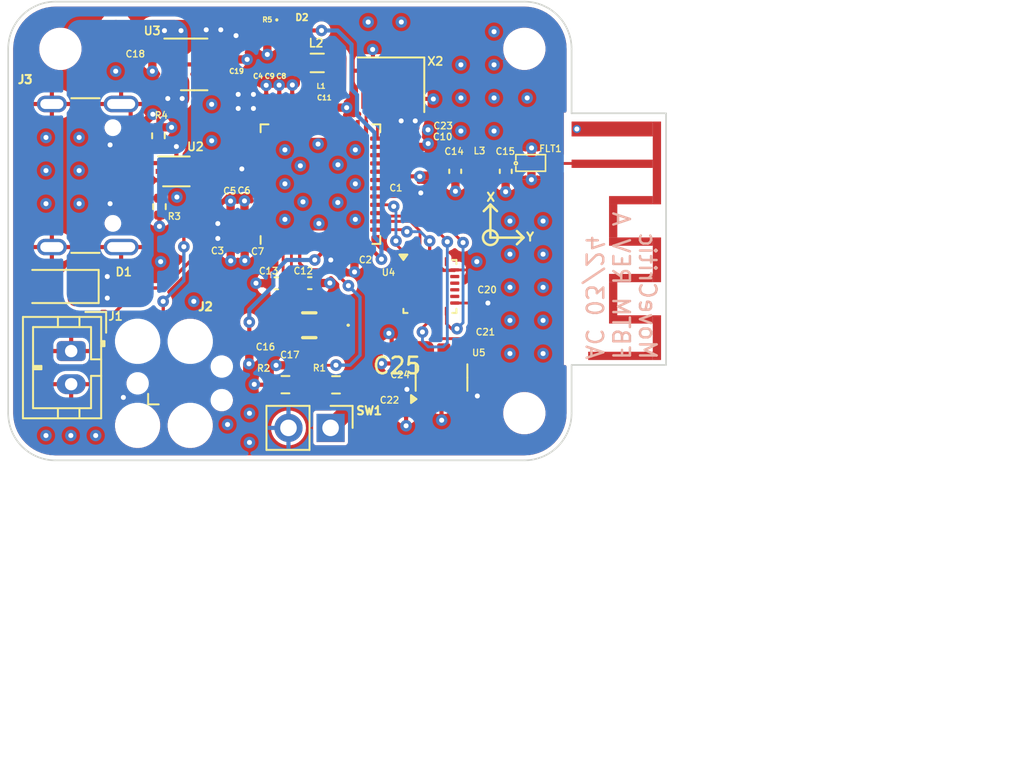
<source format=kicad_pcb>
(kicad_pcb (version 20240108) (generator "pcbnew") (generator_version "8.0")
  (layers (0 "F.Cu" signal) (1 "In1.Cu" power) (2 "In2.Cu" power) (31 "B.Cu" signal) (34 "B.Paste" user) (35 "F.Paste" user) (36 "B.SilkS" user "B.Silkscreen") (37 "F.SilkS" user "F.Silkscreen") (38 "B.Mask" user) (39 "F.Mask" user) (44 "Edge.Cuts" user))
  (net 0 "")
  (net 1 "NRST")
  (net 2 "/SMPSFB")
  (net 3 "/LSE_OUT")
  (net 4 "/LSE_IN")
  (net 5 "RF1")
  (net 6 "+5V")
  (net 7 "Net-(U4-REGOUT)")
  (net 8 "Net-(J3-CC1)")
  (net 9 "Net-(J3-D+-PadA6)")
  (net 10 "Net-(J3-D--PadA7)")
  (net 12 "Net-(J3-CC2)")
  (net 14 "/SMPSLX")
  (net 15 "/SMPSLXL")
  (net 16 "/BOOT_0")
  (net 17 "+3.3V")
  (net 19 "+1.8V")
  (net 20 "IMU_INT")
  (net 24 "SPI1_MISO")
  (net 25 "SPI1_SCK")
  (net 27 "/HSE_OUT")
  (net 28 "/HSE_IN")
  (net 34 "USB_D-")
  (net 35 "USB_D+")
  (net 39 "GND")
  (net 40 "Net-(R1-Pad1)")
  (net 41 "SPI1_MOSI")
  (net 42 "SPI1_CS")
  (net 46 "Net-(D2-K)")
  (net 49 "/RF_ANT")
  (net 50 "Net-(FLT1-IN)")
  (net 51 "/SWDIO")
  (net 52 "/SWCLK")
  (net 53 "/SWO")
  (net 56 "/VIN")
  (net 57 "Net-(D2-A)")
  (footprint "Capacitor_SMD:C_0201_0603Metric" (layer "F.Cu") (at 148.625001 80.539999 90)
    (property "Reference" "C4" (hide yes))
    (property "Value" "0u1" (hide yes))
  )
  (footprint "830009678:2400MHz_PCB_Inverted_F" (layer "F.Cu") (at 172.815001 88.700001 -90)
    (property "Reference" "AE1" (hide yes))
    (property "Value" "Antenna_Chip" (hide yes))
    (fp_line (start -7.51 0.06) (end -7.51 5.76) (stroke (width 0.1)) (layer "Edge.Cuts"))
    (fp_line (start -7.51 0.06) (end 7.69 0.06) (stroke (width 0.1)) (layer "Edge.Cuts"))
    (fp_line (start 7.69 0.06) (end 7.69 5.75) (stroke (width 0.1)) (layer "Edge.Cuts"))
  )
  (footprint "Package_TO_SOT_SMD:SOT-666" (layer "F.Cu") (at 143.205002 84.700001)
    (property "Reference" "U2" (hide yes))
    (property "Value" "USBLC6-2P6" (hide yes))
  )
  (footprint "Capacitor_SMD:C_0201_0603Metric" (layer "F.Cu") (at 156.667501 96.299999 180)
    (property "Reference" "C24")
    (property "Value" "4u7" (hide yes))
  )
  (footprint "Inductor_SMD:L_0805_2012Metric" (layer "F.Cu") (at 151.705001 78.150001)
    (property "Reference" "L2" (hide yes))
    (property "Value" "10u" (hide yes))
  )
  (footprint "Capacitor_SMD:C_0201_0603Metric" (layer "F.Cu") (at 147.325001 87.520001 90)
    (property "Reference" "C6" (hide yes))
    (property "Value" "0u1" (hide yes))
  )
  (footprint "Capacitor_SMD:C_0201_0603Metric" (layer "F.Cu") (at 156.805001 84.999999)
    (property "Reference" "C1" (hide yes))
    (property "Value" "0u1" (hide yes))
  )
  (footprint "MountingHole:MountingHole_2.2mm_M2_DIN965" (layer "F.Cu") (at 164.205002 77.3 -90)
    (property "Reference" "H1" (hide yes))
    (property "Value" "MountingHole" (hide yes))
  )
  (footprint "Inductor_SMD:L_0402_1005Metric" (layer "F.Cu") (at 161.557503 84.22)
    (property "Reference" "L3" (hide yes))
    (property "Value" "2n7" (hide yes))
  )
  (footprint "Capacitor_SMD:C_0201_0603Metric" (layer "F.Cu") (at 157.067501 99.012499 -90)
    (property "Reference" "C22")
    (property "Value" "4u7" (hide yes))
  )
  (footprint "830009678:830009678" (layer "F.Cu") (at 151.225002 93.99 180)
    (property "Reference" "X1" (hide yes))
    (property "Value" "32KHz768" (hide yes))
  )
  (footprint "Resistor_SMD:R_0402_1005Metric" (layer "F.Cu") (at 142.121334 82.550001 90)
    (property "Reference" "R4" (hide yes))
    (property "Value" "5k1" (hide yes))
  )
  (footprint "Capacitor_SMD:C_0201_0603Metric" (layer "F.Cu") (at 156.517501 95.387499 180)
    (property "Reference" "C25")
    (property "Value" "0u1")
  )
  (footprint "LED_SMD:LED_0402_1005Metric" (layer "F.Cu") (at 150.155001 76.189999)
    (property "Reference" "D2" (hide yes))
    (property "Value" "LED" (hide yes))
  )
  (footprint "Capacitor_SMD:C_0201_0603Metric" (layer "F.Cu") (at 161.155001 92.299999 90)
    (property "Reference" "C21")
    (property "Value" "0u1" (hide yes))
  )
  (footprint "Fiducial:Fiducial_1mm_Mask2mm" (layer "F.Cu") (at 139.555001 76.049999 -90)
    (property "Reference" "FID3" (hide yes))
    (property "Value" "Fiducial" (hide yes))
  )
  (footprint "Capacitor_SMD:C_0402_1005Metric" (layer "F.Cu") (at 163.082501 84.694999 -90)
    (property "Reference" "C15" (hide yes))
    (property "Value" "0p3" (hide yes))
  )
  (footprint "Resistor_SMD:R_0402_1005Metric" (layer "F.Cu") (at 142.182502 86.830001 -90)
    (property "Reference" "R3" (hide yes))
    (property "Value" "5k1" (hide yes))
  )
  (footprint "Fiducial:Fiducial_1mm_Mask2mm" (layer "F.Cu") (at 159.255002 76.1 -90)
    (property "Reference" "FID1" (hide yes))
    (property "Value" "Fiducial" (hide yes))
  )
  (footprint "Capacitor_SMD:C_0201_0603Metric" (layer "F.Cu") (at 152.405002 80.859999)
    (property "Reference" "C11" (hide yes))
    (property "Value" "4u7" (hide yes))
  )
  (footprint "Capacitor_SMD:C_0402_1005Metric" (layer "F.Cu") (at 149.235002 91.460001 180)
    (property "Reference" "C13" (hide yes))
    (property "Value" "10p" (hide yes))
  )
  (footprint "Resistor_SMD:R_0603_1608Metric" (layer "F.Cu") (at 149.787502 97.580001)
    (property "Reference" "R2" (hide yes))
    (property "Value" "1k" (hide yes))
  )
  (footprint "Capacitor_SMD:C_0201_0603Metric" (layer "F.Cu") (at 153.605002 90.039999)
    (property "Reference" "C2" (hide yes))
    (property "Value" "0u1" (hide yes))
  )
  (footprint "Connector:Tag-Connect_TC2030-IDC-FP_2x03_P1.27mm_Vertical" (layer "F.Cu") (at 143.405002 97.5)
    (property "Reference" "J2" (hide yes))
    (property "Value" "Conn_ARM_SWD_TagConnect_TC2030" (hide yes))
  )
  (footprint "Sensor_Motion:InvenSense_QFN-24_3x3mm_P0.4mm" (layer "F.Cu") (at 158.505001 91.649999)
    (property "Reference" "U4")
    (property "Value" "ICM-20948" (hide yes))
  )
  (footprint "Connector_PinHeader_2.54mm:PinHeader_1x02_P2.54mm_Vertical" (layer "F.Cu") (at 152.510003 100.19 -90)
    (property "Reference" "SW1")
    (property "Value" "SW_Push" (hide yes))
  )
  (footprint "Capacitor_SMD:C_0201_0603Metric" (layer "F.Cu") (at 141.775002 77.62 -90)
    (property "Reference" "C18" (hide yes))
    (property "Value" "4u7" (hide yes))
  )
  (footprint "Capacitor_SMD:C_0201_0603Metric" (layer "F.Cu") (at 157.62 82.899997 -90)
    (property "Reference" "C10" (hide yes))
    (property "Value" "0u1" (hide yes))
  )
  (footprint "Capacitor_SMD:C_0201_0603Metric" (layer "F.Cu") (at 146.78773 77.603602 -90)
    (property "Reference" "C19" (hide yes))
    (property "Value" "4u7" (hide yes))
  )
  (footprint "Capacitor_SMD:C_0201_0603Metric" (layer "F.Cu") (at 150.195002 80.535 90)
    (property "Reference" "C8" (hide yes))
    (property "Value" "0u1" (hide yes))
  )
  (footprint "Connector_USB:USB_C_Receptacle_GCT_USB4105-xx-A_16P_TopMnt_Horizontal" (layer "F.Cu") (at 136.765001 84.949999 -90)
    (property "Reference" "J3")
    (property "Value" "USB_C_Receptacle_USB2.0" (hide yes))
  )
  (footprint "MountingHole:MountingHole_2.2mm_M2_DIN965" (layer "F.Cu") (at 164.205002 99.3 -90)
    (property "Reference" "H3" (hide yes))
    (property "Value" "MountingHole" (hide yes))
  )
  (footprint "Capacitor_SMD:C_0201_0603Metric" (layer "F.Cu") (at 150.285001 96.409999 180)
    (property "Reference" "C17" (hide yes))
    (property "Value" "4u7" (hide yes))
  )
  (footprint "Connector_JST:JST_PH_B2B-PH-K_1x02_P2.00mm_Vertical" (layer "F.Cu") (at 136.855 95.55 -90)
    (property "Reference" "J1")
    (property "Value" "JST_PH_2.00mm" (hide yes))
  )
  (footprint "Package_DFN_QFN:QFN-48-1EP_7x7mm_P0.5mm_EP5.6x5.6mm" (layer "F.Cu") (at 151.897503 85.47 90)
    (property "Reference" "U1" (hide yes))
    (property "Value" "STM32WB55CEU6" (hide yes))
  )
  (footprint "Inductor_SMD:L_0402_1005Metric" (layer "F.Cu") (at 151.115003 80.3 90)
    (property "Reference" "L1" (hide yes))
    (property "Value" "10n" (hide yes))
  )
  (footprint "Diode_SMD:D_SOD-123" (layer "F.Cu") (at 136.155001 91.650001 180)
    (property "Reference" "D1")
    (property "Value" "B5819W" (hide yes))
  )
  (footprint "Resistor_SMD:R_0603_1608Metric" (layer "F.Cu") (at 152.837501 97.589999 180)
    (property "Reference" "R1" (hide yes))
    (property "Value" "1k" (hide yes))
  )
  (footprint "Capacitor_SMD:C_0201_0603Metric" (layer "F.Cu") (at 149.415002 80.539999 90)
    (property "Reference" "C9" (hide yes))
    (property "Value" "4u7" (hide yes))
  )
  (footprint "Capacitor_SMD:C_0402_1005Metric" (layer "F.Cu") (at 160.032502 84.695001 -90)
    (property "Reference" "C14" (hide yes))
    (property "Value" "0p8" (hide yes))
  )
  (footprint "Capacitor_SMD:C_0201_0603Metric" (layer "F.Cu") (at 146.475001 89.05 -90)
    (property "Reference" "C3" (hide yes))
    (property "Value" "0u1" (hide yes))
  )
  (footprint "Capacitor_SMD:C_0201_0603Metric" (layer "F.Cu") (at 156.770002 82.899998 -90)
    (property "Reference" "C23" (hide yes))
    (property "Value" "100p" (hide yes))
  )
  (footprint "Capacitor_SMD:C_0201_0603Metric" (layer "F.Cu") (at 161.455001 93.699999)
    (property "Reference" "C20")
    (property "Value" "0u1" (hide yes))
  )
  (footprint "Package_TO_SOT_SMD:SOT-23-5" (layer "F.Cu") (at 159.205001 97.149999 90)
    (property "Reference" "U5")
    (property "Value" "MIC5365-1.8YD5" (hide yes))
  )
  (footprint "Fiducial:Fiducial_1mm_Mask2mm" (layer "F.Cu") (at 161.555001 100.499999 -90)
    (property "Reference" "FID2" (hide yes))
    (property "Value" "Fiducial" (hide yes))
  )
  (footprint "Capacitor_SMD:C_0201_0603Metric" (layer "F.Cu") (at 147.605002 95.300001 -90)
    (property "Reference" "C16" (hide yes))
    (property "Value" "4u7" (hide yes))
  )
  (footprint "Capacitor_SMD:C_0201_0603Metric" (layer "F.Cu") (at 147.325002 89.029999 -90)
    (property "Reference" "C7" (hide yes))
    (property "Value" "4u7" (hide yes))
  )
  (footprint "Capacitor_SMD:C_0402_1005Metric" (layer "F.Cu") (at 151.255001 91.449999)
    (property "Reference" "C12" (hide yes))
    (property "Value" "10p" (hide yes))
  )
  (footprint "HW_MoveCritic_Footprints:DLF162500LT-5028A1" (layer "F.Cu") (at 164.632501 84.219999)
    (property "Reference" "FLT1")
    (property "Value" "DLF162500LT-5028A1" (hide yes))
  )
  (footprint "Capacitor_SMD:C_0201_0603Metric" (layer "F.Cu") (at 146.475001 87.539999 90)
    (property "Reference" "C5" (hide yes))
    (property "Value" "0u1" (hide yes))
  )
  (footprint "Crystal:Crystal_SMD_TXC_7M-4Pin_3.2x2.5mm" (layer "F.Cu") (at 156.165002 79.47 180)
    (property "Reference" "X2")
    (property "Value" "32MHz" (hide yes))
  )
  (footprint "MountingHole:MountingHole_2.2mm_M2_DIN965" (layer "F.Cu") (at 136.205001 77.299999 -90)
    (property "Reference" "H2" (hide yes))
    (property "Value" "MountingHole" (hide yes))
  )
  (footprint "Package_TO_SOT_SMD:SOT-23-5" (layer "F.Cu") (at 144.277502 78.239999)
    (property "Reference" "U3" (hide yes))
    (property "Value" "MIC5365-3.3YD5" (hide yes))
  )
  (footprint "Resistor_SMD:R_0201_0603Metric" (layer "F.Cu") (at 148.692501 76.539998 -90)
    (property "Reference" "R5" (hide yes))
    (property "Value" "220R" (hide yes))
  )
  (gr_line (start 162.155002 86.699998) (end 162.555002 87.099998) (stroke (width 0.15)) (layer "F.SilkS"))
  (gr_line (start 162.155001 88.699999) (end 164.155002 88.699999) (stroke (width 0.15)) (layer "F.SilkS"))
  (gr_line (start 162.155002 86.699998) (end 161.755002 87.099998) (stroke (width 0.15)) (layer "F.SilkS"))
  (gr_line (start 162.155002 88.699998) (end 162.155002 86.699998) (stroke (width 0.15)) (layer "F.SilkS"))
  (gr_line (start 164.155002 88.699999) (end 163.755001 88.299999) (stroke (width 0.15)) (layer "F.SilkS"))
  (gr_circle (center 162.155002 88.699998) (end 162.355002 89.099998) (stroke (width 0.15)) (fill none) (layer "F.SilkS"))
  (gr_line (start 164.155002 88.699999) (end 163.755001 89.099999) (stroke (width 0.15)) (layer "F.SilkS"))
  (gr_line (start 164.205002 74.45) (end 135.905 74.450001) (stroke (width 0.1)) (layer "Edge.Cuts"))
  (gr_arc (start 133.055001 77.3) (mid 133.889746 75.284747) (end 135.905 74.450001) (stroke (width 0.1)) (layer "Edge.Cuts"))
  (gr_line (start 167.055001 77.299999) (end 167.055003 81.19) (stroke (width 0.1)) (layer "Edge.Cuts"))
  (gr_line (start 135.905001 102.149999) (end 164.205002 102.150001) (stroke (width 0.1)) (layer "Edge.Cuts"))
  (gr_line (start 167.055003 99.3) (end 167.055003 96.39) (stroke (width 0.1)) (layer "Edge.Cuts"))
  (gr_line (start 133.055001 77.3) (end 133.055001 99.3) (stroke (width 0.1)) (layer "Edge.Cuts"))
  (gr_arc (start 167.055003 99.3) (mid 166.220257 101.315256) (end 164.205002 102.150001) (stroke (width 0.1)) (layer "Edge.Cuts"))
  (gr_arc (start 164.205002 74.45) (mid 166.220255 75.284746) (end 167.055001 77.299999) (stroke (width 0.1)) (layer "Edge.Cuts"))
  (gr_arc (start 135.905001 102.149999) (mid 133.889746 101.315254) (end 133.055001 99.3) (stroke (width 0.1)) (layer "Edge.Cuts"))
  (gr_text "MoveCritic\nFBTM REV A\nAC 03/24" (at 167.835001 96.149999 270) (layer "B.SilkS") (effects (font (size 1 1)) (justify left bottom mirror)))
  (gr_text "X" (at 161.855001 86.549999 0) (layer "F.SilkS") (effects (font (size 0.5 0.5) (thickness 0.125)) (justify left bottom)))
  (gr_text "Y" (at 164.255001 88.949999 0) (layer "F.SilkS") (effects (font (size 0.5 0.5) (thickness 0.125)) (justify left bottom)))
  (segment (start 144.040003 97.499999) (end 143.405002 98.135) (width 0.17) (layer "F.Cu") (net 1))
  (segment (start 152.147502 89.4575) (end 151.555001 90.049999) (width 0.25) (layer "F.Cu") (net 1))
  (segment (start 145.010001 97.499999) (end 146.360001 97.499999) (width 0.25) (layer "F.Cu") (net 1))
  (segment (start 147.405002 94.979999) (end 147.605 94.979998) (width 0.25) (layer "F.Cu") (net 1))
  (segment (start 146.905001 95.480001) (end 147.405002 94.979999) (width 0.25) (layer "F.Cu") (net 1))
  (segment (start 146.360001 97.499999) (end 146.905001 96.954999) (width 0.25) (layer "F.Cu") (net 1))
  (segment (start 152.147502 88.9075) (end 152.147502 89.4575) (width 0.25) (layer "F.Cu") (net 1))
  (segment (start 147.605 94.979998) (end 147.605 93.799998) (width 0.25) (layer "F.Cu") (net 1))
  (segment (start 144.040003 97.499999) (end 145.010001 97.499999) (width 0.17) (layer "F.Cu") (net 1))
  (segment (start 146.905001 96.954999) (end 146.905001 95.480001) (width 0.25) (layer "F.Cu") (net 1))
  (via (at 147.605 93.799998) (size 0.7) (drill 0.3) (layers "F.Cu" "B.Cu") (net 1))
  (via (at 151.555001 90.049999) (size 0.7) (drill 0.3) (layers "F.Cu" "B.Cu") (net 1))
  (segment (start 149.855001 90.049999) (end 151.555001 90.049999) (width 0.25) (layer "B.Cu") (net 1))
  (segment (start 149.055001 90.849999) (end 149.855001 90.049999) (width 0.25) (layer "B.Cu") (net 1))
  (segment (start 147.605002 93.05) (end 149.055001 91.599999) (width 0.25) (layer "B.Cu") (net 1))
  (segment (start 147.605 93.799998) (end 147.605002 93.05) (width 0.25) (layer "B.Cu") (net 1))
  (segment (start 149.055001 91.599999) (end 149.055001 90.849999) (width 0.25) (layer "B.Cu") (net 1))
  (segment (start 150.775002 92.290001) (end 152.475002 93.99) (width 0.17) (layer "F.Cu") (net 3))
  (segment (start 150.775002 91.45) (end 150.775002 92.290001) (width 0.17) (layer "F.Cu") (net 3))
  (segment (start 150.147502 90.8225) (end 150.775002 91.45) (width 0.17) (layer "F.Cu") (net 3))
  (segment (start 150.1475 88.907499) (end 150.147502 90.8225) (width 0.17) (layer "F.Cu") (net 3))
  (segment (start 149.6475 91.3925) (end 149.715002 91.46) (width 0.17) (layer "F.Cu") (net 4))
  (segment (start 149.647502 88.907499) (end 149.6475 91.3925) (width 0.17) (layer "F.Cu") (net 4))
  (segment (start 149.715001 93.729999) (end 149.975002 93.99) (width 0.17) (layer "F.Cu") (net 4))
  (segment (start 149.715002 91.46) (end 149.715001 93.729999) (width 0.17) (layer "F.Cu") (net 4))
  (segment (start 155.335003 84.22) (end 160.0275 84.219999) (width 0.17) (layer "F.Cu") (net 5))
  (segment (start 161.067503 84.214999) (end 161.072502 84.219999) (width 0.17) (layer "F.Cu") (net 5))
  (segment (start 160.0325 84.214998) (end 161.067503 84.214999) (width 0.17) (layer "F.Cu") (net 5))
  (segment (start 160.0275 84.219999) (end 160.0325 84.214998) (width 0.17) (layer "F.Cu") (net 5))
  (segment (start 139.924093 87.35) (end 140.485001 87.349999) (width 0.25) (layer "F.Cu") (net 6))
  (segment (start 139.205002 86.65) (end 139.224094 86.649999) (width 0.25) (layer "F.Cu") (net 6))
  (segment (start 139.924094 82.55) (end 140.485003 82.550001) (width 0.25) (layer "F.Cu") (net 6))
  (segment (start 139.224094 86.649999) (end 139.924093 87.35) (width 0.25) (layer "F.Cu") (net 6))
  (segment (start 143.140002 77.289999) (end 143.110002 77.26) (width 0.5) (layer "F.Cu") (net 6))
  (segment (start 143.205002 84.209621) (end 143.205002 83.2) (width 0.25) (layer "F.Cu") (net 6))
  (segment (start 143.695382 84.700001) (end 143.205002 84.209621) (width 0.25) (layer "F.Cu") (net 6))
  (segment (start 139.374093 83.100001) (end 139.924094 82.55) (width 0.25) (layer "F.Cu") (net 6))
  (segment (start 139.205002 83.1) (end 139.374093 83.100001) (width 0.25) (layer "F.Cu") (net 6))
  (segment (start 144.130003 84.7) (end 143.695382 84.700001) (width 0.25) (layer "F.Cu") (net 6))
  (via (at 142.485001 76.199999) (size 0.7) (drill 0.3) (layers "F.Cu" "B.Cu") (net 6))
  (via (at 143.205002 83.2) (size 0.7) (drill 0.3) (layers "F.Cu" "B.Cu") (net 6))
  (via (at 139.035001 92.349999) (size 0.7) (drill 0.3) (layers "F.Cu" "B.Cu") (net 6))
  (via (at 142.685001 80.3) (size 0.7) (drill 0.3) (layers "F.Cu" "B.Cu") (net 6))
  (via (at 139.035001 91.049999) (size 0.7) (drill 0.3) (layers "F.Cu" "B.Cu") (net 6))
  (via (at 143.485001 76.200001) (size 0.7) (drill 0.3) (layers "F.Cu" "B.Cu") (net 6))
  (via (at 139.205002 86.65) (size 0.7) (drill 0.3) (layers "F.Cu" "B.Cu") (net 6))
  (via (at 139.205002 83.1) (size 0.7) (drill 0.3) (layers "F.Cu" "B.Cu") (net 6))
  (via (at 143.555002 80.3) (size 0.7) (drill 0.3) (layers "F.Cu" "B.Cu") (net 6))
  (segment (start 161.125001 94.379999) (end 161.125001 93.699999) (width 0.17) (layer "F.Cu") (net 7))
  (segment (start 158.705001 93.149999) (end 158.705001 94.349999) (width 0.17) (layer "F.Cu") (net 7))
  (segment (start 160.705001 94.799999) (end 161.125001 94.379999) (width 0.17) (layer "F.Cu") (net 7))
  (segment (start 158.705001 94.349999) (end 159.155001 94.799999) (width 0.17) (layer "F.Cu") (net 7))
  (segment (start 159.155001 94.799999) (end 160.705001 94.799999) (width 0.17) (layer "F.Cu") (net 7))
  (segment (start 141.795002 83.059999) (end 142.121336 83.059999) (width 0.25) (layer "F.Cu") (net 8))
  (segment (start 141.155001 83.699999) (end 141.795002 83.059999) (width 0.25) (layer "F.Cu") (net 8))
  (segment (start 140.485002 83.699999) (end 141.155001 83.699999) (width 0.25) (layer "F.Cu") (net 8))
  (segment (start 141.961336 82.9) (end 142.121336 83.059999) (width 0.25) (layer "F.Cu") (net 8))
  (segment (start 142.355002 85.2375) (end 141.917503 85.237501) (width 0.25) (layer "F.Cu") (net 9))
  (segment (start 141.917503 85.237501) (end 141.455002 85.7) (width 0.25) (layer "F.Cu") (net 9))
  (segment (start 141.385003 84.700001) (end 140.485001 84.699999) (width 0.25) (layer "F.Cu") (net 9))
  (segment (start 142.355002 85.237501) (end 141.922503 85.237501) (width 0.25) (layer "F.Cu") (net 9))
  (segment (start 141.455002 85.7) (end 140.485001 85.699999) (width 0.25) (layer "F.Cu") (net 9))
  (segment (start 141.922503 85.237501) (end 141.385003 84.700001) (width 0.25) (layer "F.Cu") (net 9))
  (segment (start 139.705003 84.2) (end 139.355002 84.55) (width 0.17) (layer "F.Cu") (net 10))
  (segment (start 140.485001 84.200001) (end 142.317502 84.2) (width 0.25) (layer "F.Cu") (net 10))
  (segment (start 139.355002 84.813406) (end 139.741595 85.199999) (width 0.17) (layer "F.Cu") (net 10))
  (segment (start 139.355002 84.55) (end 139.355002 84.813406) (width 0.17) (layer "F.Cu") (net 10))
  (segment (start 140.485001 84.200001) (end 139.705003 84.2) (width 0.17) (layer "F.Cu") (net 10))
  (segment (start 139.741595 85.199999) (end 140.485003 85.200001) (width 0.17) (layer "F.Cu") (net 10))
  (segment (start 142.317502 84.2) (end 142.355002 84.1625) (width 0.25) (layer "F.Cu") (net 10))
  (segment (start 141.735001 86.320001) (end 142.182502 86.32) (width 0.25) (layer "F.Cu") (net 12))
  (segment (start 141.355002 86.700001) (end 141.735001 86.320001) (width 0.25) (layer "F.Cu") (net 12))
  (segment (start 140.485001 86.700001) (end 141.355002 86.700001) (width 0.25) (layer "F.Cu") (net 12))
  (segment (start 150.647503 82.0325) (end 150.647503 81.487497) (width 0.25) (layer "F.Cu") (net 14))
  (segment (start 151.115003 81.019997) (end 150.935001 81.199999) (width 0.5) (layer "F.Cu") (net 14))
  (segment (start 150.647503 81.487497) (end 150.935001 81.199999) (width 0.25) (layer "F.Cu") (net 14))
  (segment (start 151.115003 80.785) (end 151.115003 81.019997) (width 0.5) (layer "F.Cu") (net 14))
  (segment (start 151.115002 79.815) (end 151.115001 78.6225) (width 0.5) (layer "F.Cu") (net 15))
  (segment (start 151.115001 78.6225) (end 150.642501 78.15) (width 0.5) (layer "F.Cu") (net 15))
  (segment (start 151.035001 90.649999) (end 152.635001 90.649999) (width 0.2) (layer "F.Cu") (net 16))
  (segment (start 152.635001 90.649999) (end 153.585001 91.599999) (width 0.2) (layer "F.Cu") (net 16))
  (segment (start 150.617502 97.574999) (end 150.612502 97.58) (width 0.17) (layer "F.Cu") (net 16))
  (segment (start 150.605001 96.409999) (end 150.605001 97.5725) (width 0.5) (layer "F.Cu") (net 16))
  (segment (start 150.612502 97.58) (end 152.002502 97.58) (width 0.5) (layer "F.Cu") (net 16))
  (segment (start 153.585001 91.599999) (end 153.655002 91.731974) (width 0.17) (layer "F.Cu") (net 16))
  (segment (start 150.612502 97.58) (end 150.657503 97.535) (width 0.5) (layer "F.Cu") (net 16))
  (segment (start 152.822501 96.41) (end 150.605001 96.409998) (width 0.17) (layer "F.Cu") (net 16))
  (segment (start 152.002502 97.58) (end 152.012502 97.589999) (width 0.5) (layer "F.Cu") (net 16))
  (segment (start 150.647503 88.9075) (end 150.647503 90.262501) (width 0.2) (layer "F.Cu") (net 16))
  (segment (start 150.647503 90.262501) (end 151.035001 90.649999) (width 0.2) (layer "F.Cu") (net 16))
  (segment (start 150.605001 97.5725) (end 150.612502 97.580001) (width 0.5) (layer "F.Cu") (net 16))
  (via (at 152.835001 96.399999) (size 0.7) (drill 0.3) (layers "F.Cu" "B.Cu") (net 16))
  (via (at 153.585001 91.599999) (size 0.7) (drill 0.3) (layers "F.Cu" "B.Cu") (net 16))
  (segment (start 154.285001 95.799999) (end 153.685001 96.399999) (width 0.2) (layer "B.Cu") (net 16))
  (segment (start 154.285001 92.299999) (end 154.285001 95.799999) (width 0.2) (layer "B.Cu") (net 16))
  (segment (start 153.585001 91.599999) (end 154.285001 92.299999) (width 0.2) (layer "B.Cu") (net 16))
  (segment (start 153.685001 96.399999) (end 152.835001 96.399999) (width 0.2) (layer "B.Cu") (net 16))
  (segment (start 140.005003 98.35) (end 140.064962 98.40996) (width 0.2) (layer "F.Cu") (net 17))
  (segment (start 156.810001 82.539999) (end 156.770001 82.539999) (width 0.5) (layer "F.Cu") (net 17))
  (segment (start 141.860041 98.40996) (end 142.135002 98.135) (width 0.2) (layer "F.Cu") (net 17))
  (segment (start 161.105046 92.649999) (end 161.106458 92.651411) (width 0.17) (layer "F.Cu") (net 17))
  (segment (start 156.705001 85.86) (end 157.815002 85.86) (width 0.25) (layer "F.Cu") (net 17))
  (segment (start 156.485001 84.999999) (end 156.485001 85.64) (width 0.25) (layer "F.Cu") (net 17))
  (segment (start 156.485001 85.64) (end 156.705001 85.86) (width 0.25) (layer "F.Cu") (net 17))
  (segment (start 157.62 81.649998) (end 156.770001 81.649998) (width 0.5) (layer "F.Cu") (net 17))
  (segment (start 157.62 81.649998) (end 157.620001 81.729999) (width 0.5) (layer "F.Cu") (net 17))
  (segment (start 152.647503 88.9075) (end 152.647503 89.924999) (width 0.25) (layer "F.Cu") (net 17))
  (segment (start 157.620001 81.729999) (end 156.810001 82.539999) (width 0.5) (layer "F.Cu") (net 17))
  (segment (start 157.62 81.649998) (end 157.620002 82.068628) (width 0.5) (layer "F.Cu") (net 17))
  (segment (start 161.10787 92.649999) (end 161.106458 92.651411) (width 0.5) (layer "F.Cu") (net 17))
  (segment (start 140.064962 98.40996) (end 141.860041 98.40996) (width 0.2) (layer "F.Cu") (net 17))
  (segment (start 155.765 83.22) (end 156.405002 82.579998) (width 0.25) (layer "F.Cu") (net 17))
  (segment (start 146.805 76.500001) (end 146.805 77.240001) (width 0.5) (layer "F.Cu") (net 17))
  (segment (start 156.405002 82.579998) (end 156.770002 82.579998) (width 0.25) (layer "F.Cu") (net 17))
  (segment (start 156.770001 81.649998) (end 157.590001 82.469999) (width 0.5) (layer "F.Cu") (net 17))
  (segment (start 157.620001 82.579998) (end 156.770001 82.579999) (width 0.35) (layer "F.Cu") (net 17))
  (segment (start 152.647503 89.924999) (end 152.522502 90.05) (width 0.25) (layer "F.Cu") (net 17))
  (segment (start 157.620002 82.068628) (end 157.59 82.098628) (width 0.5) (layer "F.Cu") (net 17))
  (segment (start 146.805 77.240001) (end 146.787731 77.239999) (width 0.5) (layer "F.Cu") (net 17))
  (segment (start 157.620001 82.579998) (end 157.62 81.649998) (width 0.35) (layer "F.Cu") (net 17))
  (segment (start 156.485001 84.999999) (end 156.105001 84.999999) (width 0.25) (layer "F.Cu") (net 17))
  (segment (start 148.460001 84.219999) (end 147.485002 84.219999) (width 0.25) (layer "F.Cu") (net 17))
  (segment (start 155.335003 83.22) (end 155.765 83.22) (width 0.25) (layer "F.Cu") (net 17))
  (segment (start 156.105001 84.999999) (end 155.825002 84.72) (width 0.25) (layer "F.Cu") (net 17))
  (segment (start 155.825002 84.72) (end 155.335003 84.72) (width 0.25) (layer "F.Cu") (net 17))
  (segment (start 160.005001 92.649999) (end 161.105046 92.649999) (width 0.17) (layer "F.Cu") (net 17))
  (segment (start 157.815002 85.86) (end 157.955001 85.999999) (width 0.25) (layer "F.Cu") (net 17))
  (segment (start 162.005001 92.649999) (end 161.10787 92.649999) (width 0.5) (layer "F.Cu") (net 17))
  (segment (start 147.485002 84.219999) (end 147.155003 84.55) (width 0.25) (layer "F.Cu") (net 17))
  (segment (start 156.770001 81.649998) (end 156.770001 82.539999) (width 0.5) (layer "F.Cu") (net 17))
  (segment (start 152.532502 90.039999) (end 153.245001 90.039999) (width 0.5) (layer "F.Cu") (net 17))
  (via (at 146.805 76.500001) (size 0.7) (drill 0.3) (layers "F.Cu" "B.Cu") (net 17))
  (via (at 140.005003 98.35) (size 0.7) (drill 0.3) (layers "F.Cu" "B.Cu") (net 17))
  (via (at 161.367501 98.262499) (size 0.7) (drill 0.3) (layers "F.Cu" "B.Cu") (net 17))
  (via (at 162.005001 92.649999) (size 0.7) (drill 0.3) (layers "F.Cu" "B.Cu") (net 17))
  (via (at 157.62 81.649998) (size 0.7) (drill 0.3) (layers "F.Cu" "B.Cu") (net 17))
  (via (at 146.935001 80.049999) (size 0.7) (drill 0.3) (layers "F.Cu" "B.Cu") (net 17))
  (via (at 145.885001 76.15) (size 0.7) (drill 0.3) (layers "F.Cu" "B.Cu") (net 17))
  (via (at 157.955001 85.999999) (size 0.7) (drill 0.3) (layers "F.Cu" "B.Cu") (net 17))
  (via (at 147.855002 80.049999) (size 0.7) (drill 0.3) (layers "F.Cu" "B.Cu") (net 17))
  (via (at 156.770001 81.649998) (size 0.7) (drill 0.3) (layers "F.Cu" "B.Cu") (net 17))
  (via (at 147.155003 84.55) (size 0.7) (drill 0.3) (layers "F.Cu" "B.Cu") (net 17))
  (via (at 145.705001 88.749999) (size 0.7) (drill 0.3) (layers "F.Cu" "B.Cu") (net 17))
  (via (at 152.522502 90.05) (size 0.7) (drill 0.3) (layers "F.Cu" "B.Cu") (net 17))
  (via (at 147.855002 80.899999) (size 0.7) (drill 0.3) (layers "F.Cu" "B.Cu") (net 17))
  (via (at 145.705002 87.849999) (size 0.7) (drill 0.3) (layers "F.Cu" "B.Cu") (net 17))
  (via (at 145.005002 76.15) (size 0.7) (drill 0.3) (layers "F.Cu" "B.Cu") (net 17))
  (via (at 146.935001 80.899999) (size 0.7) (drill 0.3) (layers "F.Cu" "B.Cu") (net 17))
  (via (at 157.117501 97.862499) (size 0.7) (drill 0.3) (layers "F.Cu" "B.Cu") (net 17))
  (segment (start 156.997501 94.393505) (end 156.997501 95.387499) (width 0.25) (layer "F.Cu") (net 19))
  (segment (start 157.905001 93.149999) (end 157.905001 93.486005) (width 0.25) (layer "F.Cu") (net 19))
  (segment (start 157.905001 93.486005) (end 156.997501 94.393505) (width 0.25) (layer "F.Cu") (net 19))
  (segment (start 160.405001 88.901973) (end 160.406975 88.901973) (width 0.17) (layer "F.Cu") (net 20))
  (segment (start 155.335003 86.22) (end 156.77755 86.22) (width 0.17) (layer "F.Cu") (net 20))
  (segment (start 159.505001 93.899999) (end 159.505001 93.149999) (width 0.17) (layer "F.Cu") (net 20))
  (segment (start 159.805001 94.199999) (end 159.505001 93.899999) (width 0.17) (layer "F.Cu") (net 20))
  (segment (start 156.77755 86.22) (end 158.056275 87.498725) (width 0.17) (layer "F.Cu") (net 20))
  (segment (start 160.140001 94.199999) (end 159.805001 94.199999) (width 0.17) (layer "F.Cu") (net 20))
  (segment (start 160.406975 88.901973) (end 160.505001 88.999999) (width 0.17) (layer "F.Cu") (net 20))
  (segment (start 159.001753 87.498725) (end 160.405001 88.901973) (width 0.17) (layer "F.Cu") (net 20))
  (segment (start 158.056275 87.498725) (end 159.001753 87.498725) (width 0.17) (layer "F.Cu") (net 20))
  (via (at 160.140001 94.199999) (size 0.7) (drill 0.3) (layers "F.Cu" "B.Cu") (net 20))
  (via (at 160.505001 88.999999) (size 0.7) (drill 0.3) (layers "F.Cu" "B.Cu") (net 20))
  (segment (start 160.505001 93.834999) (end 160.140001 94.199999) (width 0.17) (layer "B.Cu") (net 20))
  (segment (start 160.505001 88.999999) (end 160.505001 93.834999) (width 0.17) (layer "B.Cu") (net 20))
  (segment (start 158.005001 87.899999) (end 158.555001 87.899999) (width 0.17) (layer "F.Cu") (net 24))
  (segment (start 156.005001 87.4) (end 157.505002 87.4) (width 0.17) (layer "F.Cu") (net 24))
  (segment (start 155.335003 87.22) (end 155.825001 87.22) (width 0.17) (layer "F.Cu") (net 24))
  (segment (start 158.555001 87.899999) (end 159.555001 88.899999) (width 0.17) (layer "F.Cu") (net 24))
  (segment (start 158.305001 93.899999) (end 158.305001 93.149999) (width 0.17) (layer "F.Cu") (net 24))
  (segment (start 157.505002 87.4) (end 158.005001 87.899999) (width 0.17) (layer "F.Cu") (net 24))
  (segment (start 155.825001 87.22) (end 156.005001 87.4) (width 0.17) (layer "F.Cu") (net 24))
  (segment (start 159.555001 88.899999) (end 159.555001 88.949999) (width 0.17) (layer "F.Cu") (net 24))
  (segment (start 158.055001 94.149999) (end 158.305001 93.899999) (width 0.17) (layer "F.Cu") (net 24))
  (segment (start 158.055001 94.399999) (end 158.055001 94.149999) (width 0.17) (layer "F.Cu") (net 24))
  (via (at 158.055001 94.399999) (size 0.7) (drill 0.3) (layers "F.Cu" "B.Cu") (net 24))
  (via (at 159.555001 88.949999) (size 0.7) (drill 0.3) (layers "F.Cu" "B.Cu") (net 24))
  (segment (start 159.555001 88.949999) (end 159.555001 95.049999) (width 0.17) (layer "B.Cu") (net 24))
  (segment (start 158.070001 94.964999) (end 158.055001 94.949999) (width 0.17) (layer "B.Cu") (net 24))
  (segment (start 159.305001 95.299999) (end 158.405001 95.299999) (width 0.17) (layer "B.Cu") (net 24))
  (segment (start 158.055001 94.949999) (end 158.055001 94.399999) (width 0.17) (layer "B.Cu") (net 24))
  (segment (start 159.555001 95.049999) (end 159.305001 95.299999) (width 0.17) (layer "B.Cu") (net 24))
  (segment (start 158.405001 95.299999) (end 158.070001 94.964999) (width 0.17) (layer "B.Cu") (net 24))
  (segment (start 157.905001 88.299999) (end 157.905001 90.149999) (width 0.17) (layer "F.Cu") (net 25))
  (segment (start 155.335003 87.72) (end 157.325002 87.72) (width 0.17) (layer "F.Cu") (net 25))
  (segment (start 157.325002 87.72) (end 157.905001 88.299999) (width 0.17) (layer "F.Cu") (net 25))
  (segment (start 155.335002 81.820001) (end 156.205003 80.95) (width 0.17) (layer "F.Cu") (net 27))
  (segment (start 155.335003 82.72) (end 155.335002 81.820001) (width 0.17) (layer "F.Cu") (net 27))
  (segment (start 156.565001 78.619999) (end 157.265002 78.62) (width 0.17) (layer "F.Cu") (net 27))
  (segment (start 156.205003 80.95) (end 156.205001 78.979999) (width 0.17) (layer "F.Cu") (net 27))
  (segment (start 156.205001 78.979999) (end 156.565001 78.619999) (width 0.17) (layer "F.Cu") (net 27))
  (segment (start 154.647502 80.737501) (end 155.065002 80.32) (width 0.17) (layer "F.Cu") (net 28))
  (segment (start 154.647502 82.0325) (end 154.647502 80.737501) (width 0.17) (layer "F.Cu") (net 28))
  (segment (start 144.430003 84.162501) (end 144.055002 84.162501) (width 0.17) (layer "F.Cu") (net 34))
  (segment (start 148.147503 82.72) (end 148.122502 82.744999) (width 0.2) (layer "F.Cu") (net 34))
  (segment (start 148.460003 82.72) (end 147.803752 82.72) (width 0.17) (layer "F.Cu") (net 34))
  (segment (start 144.772503 84.505001) (end 144.430003 84.162501) (width 0.17) (layer "F.Cu") (net 34))
  (segment (start 146.934228 82.775) (end 145.204227 84.505001) (width 0.17) (layer "F.Cu") (net 34))
  (segment (start 148.460003 82.72) (end 148.147503 82.72) (width 0.2) (layer "F.Cu") (net 34))
  (segment (start 147.748752 82.775) (end 146.934228 82.775) (width 0.17) (layer "F.Cu") (net 34))
  (segment (start 147.803752 82.72) (end 147.748752 82.775) (width 0.17) (layer "F.Cu") (net 34))
  (segment (start 145.204227 84.505001) (end 144.772503 84.505001) (width 0.17) (layer "F.Cu") (net 34))
  (segment (start 147.803752 83.22) (end 147.748752 83.165) (width 0.17) (layer "F.Cu") (net 35))
  (segment (start 144.772503 84.895001) (end 144.430003 85.237501) (width 0.17) (layer "F.Cu") (net 35))
  (segment (start 144.430003 85.237501) (end 144.055002 85.237501) (width 0.17) (layer "F.Cu") (net 35))
  (segment (start 148.460003 83.22) (end 147.803752 83.22) (width 0.17) (layer "F.Cu") (net 35))
  (segment (start 147.748752 83.165) (end 147.095772 83.165) (width 0.17) (layer "F.Cu") (net 35))
  (segment (start 145.365771 84.895001) (end 144.772503 84.895001) (width 0.17) (layer "F.Cu") (net 35))
  (segment (start 147.095772 83.165) (end 145.365771 84.895001) (width 0.17) (layer "F.Cu") (net 35))
  (segment (start 148.010002 91.449999) (end 148.700001 91.449999) (width 0.5) (layer "F.Cu") (net 39))
  (segment (start 146.485002 89.41) (end 146.475002 89.41) (width 0.5) (layer "F.Cu") (net 39))
  (segment (start 147.335002 90.089999) (end 147.325002 90.079999) (width 0.5) (layer "F.Cu") (net 39))
  (segment (start 146.485003 90.1) (end 146.485002 89.41) (width 0.5) (layer "F.Cu") (net 39))
  (segment (start 152.465001 91.439999) (end 151.775002 91.439999) (width 0.5) (layer "F.Cu") (net 39))
  (segment (start 148.645002 79.48) (end 148.625001 79.499999) (width 0.5) (layer "F.Cu") (net 39))
  (segment (start 142.912502 82.04) (end 142.222501 82.039999) (width 0.5) (layer "F.Cu") (net 39))
  (segment (start 160.005001 90.649999) (end 160.835001 90.649999) (width 0.17) (layer "F.Cu") (net 39))
  (segment (start 159.105001 90.450649) (end 159.329351 90.674999) (width 0.2) (layer "F.Cu") (net 39))
  (segment (start 163.075002 85.93) (end 163.075001 85.240001) (width 0.5) (layer "F.Cu") (net 39))
  (segment (start 146.245001 100.089999) (end 146.245001 99.947794) (width 0.25) (layer "F.Cu") (net 39))
  (segment (start 146.245001 99.947794) (end 144.675002 98.377795) (width 0.25) (layer "F.Cu") (net 39))
  (segment (start 148.625001 79.499999) (end 148.695002 79.499999) (width 0.5) (layer "F.Cu") (net 39))
  (segment (start 151.147501 82.032501) (end 151.147503 84.72) (width 0.25) (layer "F.Cu") (net 39))
  (segment (start 164.639032 83.284874) (end 164.639032 83.985968) (width 0.5) (layer "F.Cu") (net 39))
  (segment (start 147.315002 86.48) (end 147.315002 87.16) (width 0.5) (layer "F.Cu") (net 39))
  (segment (start 143.235001 85.049999) (end 143.085001 84.899999) (width 0.5) (layer "F.Cu") (net 39))
  (segment (start 147.325002 90.079999) (end 147.325002 89.39) (width 0.5) (layer "F.Cu") (net 39))
  (segment (start 159.995001 90.659999) (end 160.005001 90.649999) (width 0.17) (layer "F.Cu") (net 39))
  (segment (start 151.147503 84.72) (end 151.897503 85.47) (width 0.25) (layer "F.Cu") (net 39))
  (segment (start 143.085001 84.899999) (end 142.885003 84.700001) (width 0.35) (layer "F.Cu") (net 39))
  (segment (start 149.222501 96.409998) (end 149.912501 96.410001) (width 0.5) (layer "F.Cu") (net 39))
  (segment (start 147.475001 77.940001) (end 146.785001 77.940001) (width 0.5) (layer "F.Cu") (net 39))
  (segment (start 148.692501 77.639998) (end 148.692501 76.859998) (width 0.5) (layer "F.Cu") (net 39))
  (segment (start 153.952501 90.085) (end 153.952501 90.774998) (width 0.5) (layer "F.Cu") (net 39))
  (segment (start 148.635002 79.49) (end 148.625001 79.499999) (width 0.5) (layer "F.Cu") (net 39))
  (segment (start 150.185004 79.499999) (end 150.205002 79.480001) (width 0.5) (layer "F.Cu") (net 39))
  (segment (start 141.285001 81.749999) (end 140.485001 81.749999) (width 0.5) (layer "F.Cu") (net 39))
  (segment (start 147.315002 87.16) (end 147.325002 87.16) (width 0.5) (layer "F.Cu") (net 39))
  (segment (start 142.885003 84.700001) (end 142.280002 84.700001) (width 0.35) (layer "F.Cu") (net 39))
  (segment (start 164.639032 83.985968) (end 164.632501 83.992499) (width 0.5) (layer "F.Cu") (net 39))
  (segment (start 158.390001 82.189997) (end 158.390001 83.009997) (width 0.5) (layer "F.Cu") (net 39))
  (segment (start 159.105001 90.149999) (end 159.105001 90.450649) (width 0.2) (layer "F.Cu") (net 39))
  (segment (start 141.785001 81.249999) (end 141.285001 81.749999) (width 0.5) (layer "F.Cu") (net 39))
  (segment (start 141.755002 78.65) (end 141.755001 77.959999) (width 0.5) (layer "F.Cu") (net 39))
  (segment (start 156.330687 83.219998) (end 156.770002 83.219998) (width 0.25) (layer "F.Cu") (net 39))
  (segment (start 160.045001 85.900001) (end 160.045001 85.21) (width 0.5) (layer "F.Cu") (net 39))
  (segment (start 160.835001 90.649999) (end 161.335001 90.149999) (width 0.17) (layer "F.Cu") (net 39))
  (segment (start 155.830685 83.72) (end 156.330687 83.219998) (width 0.25) (layer "F.Cu") (net 39))
  (segment (start 159.980001 90.674999) (end 160.005001 90.649999) (width 0.2) (layer "F.Cu") (net 39))
  (segment (start 144.675002 98.377795) (end 144.675002 98.135) (width 0.25) (layer "F.Cu") (net 39))
  (segment (start 147.605002 96.340001) (end 147.605002 95.649999) (width 0.5) (layer "F.Cu") (net 39))
  (segment (start 143.235001 86.249999) (end 143.235001 85.049999) (width 0.5) (layer "F.Cu") (net 39))
  (segment (start 155.335003 83.72) (end 155.830685 83.72) (width 0.25) (layer "F.Cu") (net 39))
  (segment (start 146.475001 86.490001) (end 146.475002 87.18) (width 0.5) (layer "F.Cu") (net 39))
  (segment (start 159.329351 90.674999) (end 159.980001 90.674999) (width 0.2) (layer "F.Cu") (net 39))
  (segment (start 158.399999 83.019997) (end 158.199999 83.219997) (width 0.5) (layer "F.Cu") (net 39))
  (segment (start 164.631982 84.448018) (end 164.632501 84.447499) (width 0.5) (layer "F.Cu") (net 39))
  (segment (start 164.631982 85.199999) (end 164.631982 84.448018) (width 0.5) (layer "F.Cu") (net 39))
  (segment (start 157.62 83.219999) (end 156.770001 83.219999) (width 0.35) (layer "F.Cu") (net 39))
  (segment (start 153.48 80.849999) (end 152.790002 80.849998) (width 0.5) (layer "F.Cu") (net 39))
  (segment (start 158.199999 83.219997) (end 157.62 83.219997) (width 0.5) (layer "F.Cu") (net 39))
  (via (at 150.205002 79.480001) (size 0.7) (drill 0.3) (layers "F.Cu" "B.Cu") (net 39))
  (via (at 158.399999 83.019997) (size 0.7) (drill 0.3) (layers "F.Cu" "B.Cu") (net 39))
  (via (at 137.335001 86.649999) (size 0.7) (drill 0.3) (layers "F.Cu" "B.Cu") (net 39))
  (via (at 164.374982 80.262967) (size 0.7) (drill 0.3) (layers "F.Cu" "B.Cu") (net 39))
  (via (at 162.374982 82.262967) (size 0.7) (drill 0.3) (layers "F.Cu" "B.Cu") (net 39))
  (via (at 152.955001 84.299999) (size 0.7) (drill 0.3) (layers "F.Cu" "B.Cu") (net 39))
  (via (at 147.615001 101.069999) (size 0.7) (drill 0.3) (layers "F.Cu" "B.Cu") (net 39))
  (via (at 153.955002 90.774999) (size 0.7) (drill 0.3) (layers "F.Cu" "B.Cu") (net 39))
  (via (at 147.585001 96.319999) (size 0.7) (drill 0.3) (layers "F.Cu" "B.Cu") (net 39))
  (via (at 165.335001 91.699999) (size 0.7) (drill 0.3) (layers "F.Cu" "B.Cu") (net 39))
  (via (at 152.465001 91.439999) (size 0.7) (drill 0.3) (layers "F.Cu" "B.Cu") (net 39))
  (via (at 147.475001 77.940001) (size 0.7) (drill 0.3) (layers "F.Cu" "B.Cu") (net 39))
  (via (at 162.374982 78.262967) (size 0.7) (drill 0.3) (layers "F.Cu" "B.Cu") (net 39))
  (via (at 160.374982 80.262967) (size 0.7) (drill 0.3) (layers "F.Cu" "B.Cu") (net 39))
  (via (at 148.625001 79.499999) (size 0.7) (drill 0.3) (layers "F.Cu" "B.Cu") (net 39))
  (via (at 150.685001 84.359999) (size 0.7) (drill 0.3) (layers "F.Cu" "B.Cu") (net 39))
  (via (at 157.067501 100.062499) (size 0.7) (drill 0.3) (layers "F.Cu" "B.Cu") (net 39))
  (via (at 151.805001 87.85) (size 0.7) (drill 0.3) (layers "F.Cu" "B.Cu") (net 39))
  (via (at 163.335001 89.699999) (size 0.7) (drill 0.3) (layers "F.Cu" "B.Cu") (net 39))
  (via (at 165.335001 87.699999) (size 0.7) (drill 0.3) (layers "F.Cu" "B.Cu") (net 39))
  (via (at 144.255001 92.549999) (size 0.7) (drill 0.3) (layers "F.Cu" "B.Cu") (net 39))
  (via (at 160.045001 85.900001) (size 0.7) (drill 0.3) (layers "F.Cu" "B.Cu") (net 39))
  (via (at 148.692501 77.639998) (size 0.7) (drill 0.3) (layers "F.Cu" "B.Cu") (net 39))
  (via (at 139.542891 78.649999) (size 0.7) (drill 0.3) (layers "F.Cu" "B.Cu") (net 39))
  (via (at 147.905001 97.559999) (size 0.7) (drill 0.3) (layers "F.Cu" "B.Cu") (net 39))
  (via (at 141.785001 81.249999) (size 0.7) (drill 0.3) (layers "F.Cu" "B.Cu") (net 39))
  (via (at 137.335001 84.649999) (size 0.7) (drill 0.3) (layers "F.Cu" "B.Cu") (net 39))
  (via (at 152.945001 86.579999) (size 0.7) (drill 0.3) (layers "F.Cu" "B.Cu") (net 39))
  (via (at 164.631982 85.199999) (size 0.7) (drill 0.3) (layers "F.Cu" "B.Cu") (net 39))
  (via (at 143.235001 86.249999) (size 0.7) (drill 0.3) (layers "F.Cu" "B.Cu") (net 39))
  (via (at 164.639032 83.284874) (size 0.7) (drill 0.3) (layers "F.Cu" "B.Cu") (net 39))
  (via (at 136.835001 100.649999) (size 0.7) (drill 0.3) (layers "F.Cu" "B.Cu") (net 39))
  (via (at 156.02909 94.479791) (size 0.7) (drill 0.3) (layers "F.Cu" "B.Cu") (net 39))
  (via (at 147.315002 86.48) (size 0.7) (drill 0.3) (layers "F.Cu" "B.Cu") (net 39))
  (via (at 147.335002 90.089999) (size 0.7) (drill 0.3) (layers "F.Cu" "B.Cu") (net 39))
  (via (at 138.335001 100.649999) (size 0.7) (drill 0.3) (layers "F.Cu" "B.Cu") (net 39))
  (via (at 155.584766 96.300055) (size 0.7) (drill 0.3) (layers "F.Cu" "B.Cu") (net 39))
  (via (at 135.335001 82.649999) (size 0.7) (drill 0.3) (layers "F.Cu" "B.Cu") (net 39))
  (via (at 163.335001 93.699999) (size 0.7) (drill 0.3) (layers "F.Cu" "B.Cu") (net 39))
  (via (at 163.075002 85.93) (size 0.7) (drill 0.3) (layers "F.Cu" "B.Cu") (net 39))
  (via (at 135.335001 100.649999) (size 0.7) (drill 0.3) (layers "F.Cu" "B.Cu") (net 39))
  (via (at 149.405002 79.490001) (size 0.7) (drill 0.3) (layers "F.Cu" "B.Cu") (net 39))
  (via (at 145.335001 80.649999) (size 0.7) (drill 0.3) (layers "F.Cu" "B.Cu") (net 39))
  (via (at 135.335001 86.649999) (size 0.7) (drill 0.3) (layers "F.Cu" "B.Cu") (net 39))
  (via (at 142.182503 88.02) (size 0.7) (drill 0.3) (layers "F.Cu" "B.Cu") (net 39))
  (via (at 146.292259 99.986746) (size 0.7) (drill 0.3) (layers "F.Cu" "B.Cu") (net 39))
  (via (at 154.005003 87.6) (size 0.7) (drill 0.3) (layers "F.Cu" "B.Cu") (net 39))
  (via (at 161.335001 90.149999) (size 0.7) (drill 0.3) (layers "F.Cu" "B.Cu") (net 39))
  (via (at 167.375002 82.14) (size 0.5) (drill 0.3) (layers "F.Cu" "B.Cu") (net 39))
  (via (at 148.010002 91.449999) (size 0.7) (drill 0.3) (layers "F.Cu" "B.Cu") (net 39))
  (via (at 137.335001 82.649999) (size 0.7) (drill 0.3) (layers "F.Cu" "B.Cu") (net 39))
  (via (at 162.374982 80.262967) (size 0.7) (drill 0.3) (layers "F.Cu" "B.Cu") (net 39))
  (via (at 142.912502 82.04) (size 0.7) (drill 0.3) (layers "F.Cu" "B.Cu") (net 39))
  (via (at 147.615001 99.309999) (size 0.7) (drill 0.3) (layers "F.Cu" "B.Cu") (net 39))
  (via (at 149.755 83.4) (size 0.7) (drill 0.3) (layers "F.Cu" "B.Cu") (net 39))
  (via (at 155.048961 77.337024) (size 0.7) (drill 0.3) (layers "F.Cu" "B.Cu") (net 39))
  (via (at 156.779235 75.681232) (size 0.7) (drill 0.3) (layers "F.Cu" "B.Cu") (net 39))
  (via (at 165.335001 93.699999) (size 0.7) (drill 0.3) (layers "F.Cu" "B.Cu") (net 39))
  (via (at 160.374982 82.262967) (size 0.7) (drill 0.3) (layers "F.Cu" "B.Cu") (net 39))
  (via (at 135.335001 84.649999) (size 0.7) (drill 0.3) (layers "F.Cu" "B.Cu") (net 39))
  (via (at 165.335001 95.699999) (size 0.7) (drill 0.3) (layers "F.Cu" "B.Cu") (net 39))
  (via (at 146.475001 86.490001) (size 0.7) (drill 0.3) (layers "F.Cu" "B.Cu") (net 39))
  (via (at 154.005002 85.45) (size 0.7) (drill 0.3) (layers "F.Cu" "B.Cu") (net 39))
  (via (at 163.335001 95.699999) (size 0.7) (drill 0.3) (layers "F.Cu" "B.Cu") (net 39))
  (via (at 153.48 80.849999) (size 0.7) (drill 0.3) (layers "F.Cu" "B.Cu") (net 39))
  (via (at 160.374982 78.262967) (size 0.7) (drill 0.3) (layers "F.Cu" "B.Cu") (net 39))
  (via (at 149.755 85.45) (size 0.7) (drill 0.3) (layers "F.Cu" "B.Cu") (net 39))
  (via (at 162.374982 76.262967) (size 0.7) (drill 0.3) (layers "F.Cu" "B.Cu") (net 39))
  (via (at 149.222501 96.409998) (size 0.7) (drill 0.3) (layers "F.Cu" "B.Cu") (net 39))
  (via (at 142.255001 90.149999) (size 0.7) (drill 0.3) (layers "F.Cu" "B.Cu") (net 39))
  (via (at 149.755001 87.600001) (size 0.7) (drill 0.3) (layers "F.Cu" "B.Cu") (net 39))
  (via (at 154.779235 75.681232) (size 0.7) (drill 0.3) (layers "F.Cu" "B.Cu") (net 39))
  (via (at 154.005001 83.400001) (size 0.7) (drill 0.3) (layers "F.Cu" "B.Cu") (net 39))
  (via (at 150.845001 86.539999) (size 0.7) (drill 0.3) (layers "F.Cu" "B.Cu") (net 39))
  (via (at 157.892279 85.00797) (size 0.7) (drill 0.3) (layers "F.Cu" "B.Cu") (net 39))
  (via (at 151.755002 83.05) (size 0.7) (drill 0.3) (layers "F.Cu" "B.Cu") (net 39))
  (via (at 141.755002 78.65) (size 0.7) (drill 0.3) (layers "F.Cu" "B.Cu") (net 39))
  (via (at 159.21482 99.726055) (size 0.7) (drill 0.3) (layers "F.Cu" "B.Cu") (net 39))
  (via (at 163.335001 87.699999) (size 0.7) (drill 0.3) (layers "F.Cu" "B.Cu") (net 39))
  (via (at 158.712468 80.329438) (size 0.7) (drill 0.3) (layers "F.Cu" "B.Cu") (net 39))
  (via (at 158.390001 82.189997) (size 0.7) (drill 0.3) (layers "F.Cu" "B.Cu") (net 39))
  (via (at 165.335001 89.699999) (size 0.7) (drill 0.3) (layers "F.Cu" "B.Cu") (net 39))
  (via (at 146.485003 90.1) (size 0.7) (drill 0.3) (layers "F.Cu" "B.Cu") (net 39))
  (via (at 145.335001 82.849999) (size 0.7) (drill 0.3) (layers "F.Cu" "B.Cu") (net 39))
  (via (at 163.335001 91.699999) (size 0.7) (drill 0.3) (layers "F.Cu" "B.Cu") (net 39))
  (segment (start 152.510003 100.19) (end 153.662501 99.0375) (width 1) (layer "F.Cu") (net 40))
  (segment (start 153.662501 99.0375) (end 153.662501 97.589999) (width 1) (layer "F.Cu") (net 40))
  (segment (start 156.455001 89.099999) (end 156.755001 89.399999) (width 0.17) (layer "F.Cu") (net 41))
  (segment (start 157.255001 89.399999) (end 157.505001 89.649999) (width 0.17) (layer "F.Cu") (net 41))
  (segment (start 157.505001 89.649999) (end 157.505001 90.149999) (width 0.17) (layer "F.Cu") (net 41))
  (segment (start 156.455001 88.899999) (end 156.455001 89.099999) (width 0.17) (layer "F.Cu") (net 41))
  (segment (start 155.335003 86.72) (end 156.225432 86.72) (width 0.17) (layer "F.Cu") (net 41))
  (segment (start 156.755001 89.399999) (end 157.255001 89.399999) (width 0.17) (layer "F.Cu") (net 41))
  (segment (start 156.225432 86.72) (end 156.320432 86.815) (width 0.17) (layer "F.Cu") (net 41))
  (via (at 156.320432 86.815) (size 0.7) (drill 0.3) (layers "F.Cu" "B.Cu") (net 41))
  (via (at 156.455001 88.899999) (size 0.7) (drill 0.3) (layers "F.Cu" "B.Cu") (net 41))
  (segment (start 156.320432 86.815) (end 156.455001 86.949569) (width 0.17) (layer "B.Cu") (net 41))
  (segment (start 156.455001 86.949569) (end 156.455001 88.899999) (width 0.17) (layer "B.Cu") (net 41))
  (segment (start 156.997687 88.22) (end 155.335003 88.22) (width 0.17) (layer "F.Cu") (net 42))
  (segment (start 158.305001 90.149999) (end 158.305001 89.749999) (width 0.2) (layer "F.Cu") (net 42))
  (segment (start 158.490001 88.899999) (end 158.490001 89.014999) (width 0.17) (layer "F.Cu") (net 42))
  (segment (start 158.490001 89.564999) (end 158.490001 88.899999) (width 0.2) (layer "F.Cu") (net 42))
  (segment (start 157.118844 88.341157) (end 156.997687 88.22) (width 0.17) (layer "F.Cu") (net 42))
  (segment (start 158.305001 89.749999) (end 158.490001 89.564999) (width 0.2) (layer "F.Cu") (net 42))
  (via (at 158.490001 88.899999) (size 0.7) (drill 0.3) (layers "F.Cu" "B.Cu") (net 42))
  (via (at 157.118844 88.341157) (size 0.7) (drill 0.3) (layers "F.Cu" "B.Cu") (net 42))
  (segment (start 157.931159 88.341157) (end 157.118844 88.341157) (width 0.17) (layer "B.Cu") (net 42))
  (segment (start 158.490001 88.899999) (end 157.931159 88.341157) (width 0.17) (layer "B.Cu") (net 42))
  (segment (start 149.59 76.209998) (end 148.692501 76.209998) (width 0.5) (layer "F.Cu") (net 46))
  (segment (start 149.012501 75.9) (end 148.9325 75.819999) (width 0.5) (layer "F.Cu") (net 46))
  (segment (start 169.547502 84.22) (end 169.567502 84.239999) (width 0.17) (layer "F.Cu") (net 49))
  (segment (start 165.245002 84.219999) (end 169.547502 84.22) (width 0.17) (layer "F.Cu") (net 49))
  (segment (start 163.077502 84.219999) (end 163.082501 84.214999) (width 0.17) (layer "F.Cu") (net 50))
  (segment (start 163.082501 84.214999) (end 164.015001 84.214999) (width 0.17) (layer "F.Cu") (net 50))
  (segment (start 164.015001 84.214999) (end 164.020001 84.219999) (width 0.17) (layer "F.Cu") (net 50))
  (segment (start 162.042502 84.219999) (end 163.077502 84.219999) (width 0.17) (layer "F.Cu") (net 50))
  (segment (start 141.820001 96.549999) (end 140.205002 96.55) (width 0.2) (layer "F.Cu") (net 51))
  (segment (start 147.465001 85.319999) (end 148.065 84.72) (width 0.2) (layer "F.Cu") (net 51))
  (segment (start 142.412452 91.742549) (end 144.305002 89.849999) (width 0.2) (layer "F.Cu") (net 51))
  (segment (start 144.305002 89.849999) (end 144.305002 87.034314) (width 0.2) (layer "F.Cu") (net 51))
  (segment (start 146.019316 85.319999) (end 147.465001 85.319999) (width 0.2) (layer "F.Cu") (net 51))
  (segment (start 144.305002 87.034314) (end 146.019316 85.319999) (width 0.2) (layer "F.Cu") (net 51))
  (segment (start 139.205002 93.5) (end 140.962451 91.742549) (width 0.2) (layer "F.Cu") (net 51))
  (segment (start 148.065 84.72) (end 148.460003 84.72) (width 0.2) (layer "F.Cu") (net 51))
  (segment (start 140.205002 96.55) (end 139.205002 95.55) (width 0.2) (layer "F.Cu") (net 51))
  (segment (start 140.962451 91.742549) (end 142.412452 91.742549) (width 0.2) (layer "F.Cu") (net 51))
  (segment (start 142.135003 96.865) (end 141.820001 96.549999) (width 0.2) (layer "F.Cu") (net 51))
  (segment (start 139.205002 95.55) (end 139.205002 93.5) (width 0.2) (layer "F.Cu") (net 51))
  (segment (start 142.405002 92.549999) (end 142.412452 92.55745) (width 0.2) (layer "F.Cu") (net 52))
  (segment (start 142.412452 95.87245) (end 143.405002 96.865) (width 0.2) (layer "F.Cu") (net 52))
  (segment (start 143.655502 87.083386) (end 143.655501 89.249999) (width 0.2) (layer "F.Cu") (net 52))
  (segment (start 142.412452 92.55745) (end 142.412452 95.87245) (width 0.2) (layer "F.Cu") (net 52))
  (segment (start 148.460001 83.719999) (end 147.018888 83.72) (width 0.2) (layer "F.Cu") (net 52))
  (segment (start 147.018888 83.72) (end 143.655502 87.083386) (width 0.2) (layer "F.Cu") (net 52))
  (via (at 143.655501 89.249999) (size 0.7) (drill 0.3) (layers "F.Cu" "B.Cu") (net 52))
  (via (at 142.405002 92.549999) (size 0.7) (drill 0.3) (layers "F.Cu" "B.Cu") (net 52))
  (segment (start 143.655502 91.299499) (end 142.405002 92.549999) (width 0.2) (layer "B.Cu") (net 52))
  (segment (start 143.655501 89.249999) (end 143.655502 91.299499) (width 0.2) (layer "B.Cu") (net 52))
  (segment (start 144.705002 87.2) (end 146.185002 85.72) (width 0.2) (layer "F.Cu") (net 53))
  (segment (start 145.855002 95.364423) (end 145.855002 91.050001) (width 0.2) (layer "F.Cu") (net 53))
  (segment (start 145.855002 91.050001) (end 144.705001 89.899999) (width 0.2) (layer "F.Cu") (net 53))
  (segment (start 146.185002 85.72) (end 148.460002 85.72) (width 0.2) (layer "F.Cu") (net 53))
  (segment (start 144.675002 96.544423) (end 145.855002 95.364423) (width 0.2) (layer "F.Cu") (net 53))
  (segment (start 144.705001 89.899999) (end 144.705002 87.2) (width 0.2) (layer "F.Cu") (net 53))
  (segment (start 144.675002 96.865001) (end 144.675002 96.544423) (width 0.2) (layer "F.Cu") (net 53))
  (segment (start 151.962502 76.189998) (end 150.640001 76.189998) (width 0.25) (layer "F.Cu") (net 57))
  (segment (start 154.647502 88.9075) (end 154.647502 89.0675) (width 0.25) (layer "F.Cu") (net 57))
  (segment (start 154.647502 89.0675) (end 155.580002 89.999999) (width 0.25) (layer "F.Cu") (net 57))
  (via (at 155.580002 89.999999) (size 0.7) (drill 0.3) (layers "F.Cu" "B.Cu") (net 57))
  (via (at 151.962502 76.189998) (size 0.7) (drill 0.3) (layers "F.Cu" "B.Cu") (net 57))
  (segment (start 155.580002 89.085) (end 155.155001 88.659999) (width 0.25) (layer "B.Cu") (net 57))
  (segment (start 152.928617 76.189998) (end 151.962502 76.189998) (width 0.25) (layer "B.Cu") (net 57))
  (segment (start 154.105 81.299998) (end 154.105 80.079998) (width 0.25) (layer "B.Cu") (net 57))
  (segment (start 154.105 80.079998) (end 153.775001 79.749999) (width 0.25) (layer "B.Cu") (net 57))
  (segment (start 155.155001 88.659999) (end 155.155001 82.349999) (width 0.25) (layer "B.Cu") (net 57))
  (segment (start 155.580002 89.999999) (end 155.580002 89.085) (width 0.25) (layer "B.Cu") (net 57))
  (segment (start 153.775001 77.036382) (end 152.928617 76.189998) (width 0.25) (layer "B.Cu") (net 57))
  (segment (start 155.155001 82.349999) (end 154.105 81.299998) (width 0.25) (layer "B.Cu") (net 57))
  (segment (start 153.775001 79.749999) (end 153.775001 77.036382) (width 0.25) (layer "B.Cu") (net 57))
  (zone (net 39) (net_name "GND") (layer "F.Cu") (priority 9) (connect_pads (clearance 0.4)) (min_thickness 0.15) (fill yes (thermal_gap 0.4) (thermal_bridge_width 0.25) (smoothing fillet) (radius 0.5))
    (polygon (pts (xy 166.585001 83.249999) (xy 166.585001 85.199999) (xy 154.835001 85.199999) (xy 154.835001 83.249999)))
  )
  (zone (net 17) (net_name "+3.3V") (layer "F.Cu") (priority 11) (connect_pads yes (clearance 0.2)) (min_thickness 0.15) (fill yes (thermal_gap 0.4) (thermal_bridge_width 0.25) (smoothing fillet) (radius 0.5))
    (polygon (pts (xy 145.135001 87.499999) (xy 147.785001 87.499999) (xy 147.785001 87.999999) (xy 148.985001 87.999999) (xy 148.985001 88.399999) (xy 149.385001 88.399999) (xy 149.385001 89.599999) (xy 147.785001 89.599999) (xy 147.785001 89.099999) (xy 145.135001 89.099999)))
  )
  (zone (net 17) (net_name "+3.3V") (layer "F.Cu") (priority 3) (connect_pads yes (clearance 0.2)) (min_thickness 0.25) (fill yes (thermal_gap 0.5) (thermal_bridge_width 0.5) (smoothing fillet) (radius 0.4))
    (polygon (pts (xy 158.667501 97.462499) (xy 156.717501 97.462499) (xy 156.717501 99.062499) (xy 158.667501 99.062499)))
  )
  (zone (net 6) (net_name "+5V") (layer "F.Cu") (priority 5) (connect_pads yes (clearance 0.2)) (min_thickness 0.15) (fill yes (thermal_gap 0.4) (thermal_bridge_width 0.25) (smoothing fillet) (radius 0.5))
    (polygon (pts (xy 141.235001 75.549999) (xy 141.235001 77.649999) (xy 144.185001 77.649999) (xy 144.185001 75.549999)))
  )
  (zone (net 6) (net_name "+5V") (layer "F.Cu") (priority 6) (connect_pads yes (clearance 0.2)) (min_thickness 0.15) (fill yes (thermal_gap 0.4) (thermal_bridge_width 0.25) (smoothing fillet) (radius 0.5))
    (polygon (pts (xy 142.285001 80.799999) (xy 142.285001 78.799999) (xy 143.985001 78.799999) (xy 143.985001 80.799999)))
  )
  (zone (net 6) (net_name "+5V") (layer "F.Cu") (priority 7) (connect_pads yes (clearance 0.2)) (min_thickness 0.15) (fill yes (thermal_gap 0.4) (thermal_bridge_width 0.25) (smoothing fillet) (radius 0.5))
    (polygon (pts (xy 139.585001 90.399999) (xy 139.585001 92.849999) (xy 136.635001 92.849999) (xy 136.635001 90.399999)))
  )
  (zone (net 17) (net_name "+3.3V") (layer "F.Cu") (priority 4) (connect_pads yes (clearance 0.2)) (min_thickness 0.15) (fill yes (thermal_gap 0.4) (thermal_bridge_width 0.25) (smoothing fillet) (radius 0.5))
    (polygon (pts (xy 147.235001 75.699999) (xy 144.585001 75.699999) (xy 144.585001 77.599999) (xy 147.235001 77.599999)))
  )
  (zone (net 2) (net_name "/SMPSFB") (layer "F.Cu") (name "HSE") (priority 1) (connect_pads yes (clearance 0)) (min_thickness 0.15) (fill yes (thermal_gap 0.4) (thermal_bridge_width 0.25) (smoothing fillet) (radius 0.5))
    (polygon (pts (xy 153.485001 77.349999) (xy 151.635001 77.349999) (xy 151.635001 81.249999) (xy 151.485001 81.549999) (xy 151.485001 82.499999) (xy 151.885001 82.499999) (xy 151.885001 81.599999) (xy 152.335001 81.399999) (xy 152.335001 80.349999) (xy 153.435001 80.349999)))
  )
  (zone (net 17) (net_name "+3.3V") (layer "F.Cu") (priority 3) (connect_pads yes (clearance 0.2)) (min_thickness 0.25) (fill yes (thermal_gap 0.5) (thermal_bridge_width 0.5) (smoothing fillet) (radius 0.4))
    (polygon (pts (xy 159.767501 99.062499) (xy 161.717501 99.062499) (xy 161.717501 97.462499) (xy 159.767501 97.462499)))
  )
  (zone (net 17) (net_name "+3.3V") (layer "F.Cu") (priority 8) (connect_pads yes (clearance 0.2)) (min_thickness 0.15) (fill yes (thermal_gap 0.4) (thermal_bridge_width 0.25) (smoothing fillet) (radius 0.5))
    (polygon (pts (xy 146.585001 79.699999) (xy 148.235001 79.699999) (xy 148.235001 80.599999) (xy 150.435001 80.599999) (xy 150.435001 82.599999) (xy 149.435001 82.599999) (xy 149.435001 81.249999) (xy 146.585001 81.249999)))
  )
  (zone (net 56) (net_name "/VIN") (layer "F.Cu") (priority 2) (connect_pads yes (clearance 0.2)) (min_thickness 0.15) (fill yes (thermal_gap 0.4) (thermal_bridge_width 0.25) (smoothing fillet) (radius 0.5))
    (polygon (pts (xy 138.385001 96.399999) (xy 134.010001 96.424999) (xy 134.010001 90.724999) (xy 136.185001 90.649999) (xy 136.185001 93.149999) (xy 138.385001 93.149999) (xy 138.385001 93.199999)))
  )
  (zone (net 0) (net_name "") (layer "F.Cu") (connect_pads yes (clearance 0)) (min_thickness 0.15)
    (keepout (tracks allowed) (vias not_allowed) (pads allowed) (copperpour not_allowed) (footprints allowed))
    (fill (thermal_gap 0.4) (thermal_bridge_width 0.25))
    (polygon (pts (xy 149.195001 92.769999) (xy 153.245001 92.759999) (xy 153.235001 95.149999) (xy 149.185001 95.159999)))
  )
  (zone (net 19) (net_name "+1.8V") (layer "F.Cu") (priority 12) (connect_pads yes (clearance 0.2)) (min_thickness 0.25) (fill yes (thermal_gap 0.5) (thermal_bridge_width 0.5) (smoothing fillet) (radius 0.4) (island_removal_mode 1) (island_area_min 10))
    (polygon (pts (xy 156.555001 94.949999) (xy 156.555001 96.649999) (xy 158.755001 96.649999) (xy 158.755001 94.949999)))
  )
  (zone (net 39) (net_name "GND") (layers "F.Cu" "In2.Cu") (priority 1) (connect_pads (clearance 0.2)) (min_thickness 0.25) (fill yes (thermal_gap 0.4) (thermal_bridge_width 0.25) (smoothing fillet) (radius 0.4))
    (polygon (pts (xy 166.835001 74.399999) (xy 166.835001 81.149999) (xy 166.585001 81.149999) (xy 166.585001 96.399999) (xy 166.835001 96.399999) (xy 166.835001 102.149999) (xy 133.055001 102.149999) (xy 133.055001 74.399999)))
  )
  (zone (net 6) (net_name "+5V") (layer "B.Cu") (priority 10) (connect_pads yes (clearance 0.2)) (min_thickness 0.15) (fill yes (thermal_gap 0.4) (thermal_bridge_width 0.25) (smoothing fillet) (radius 0.8))
    (polygon (pts (xy 136.585001 92.899999) (xy 141.835001 92.899999) (xy 141.835001 83.649999) (xy 143.885001 83.649999) (xy 143.885001 75.549999) (xy 136.585001 75.549999)))
  )
  (zone (net 17) (net_name "+3.3V") (layer "B.Cu") (priority 1) (connect_pads (clearance 0.2)) (min_thickness 0.25) (fill yes (thermal_gap 0.4) (thermal_bridge_width 0.25) (smoothing fillet) (radius 0.4))
    (polygon (pts (xy 166.835001 74.399999) (xy 166.835001 81.149999) (xy 166.585001 81.149999) (xy 166.585001 96.399999) (xy 166.835001 96.399999) (xy 166.835001 102.149999) (xy 133.055001 102.149999) (xy 133.055001 74.399999)))
  )
)
</source>
